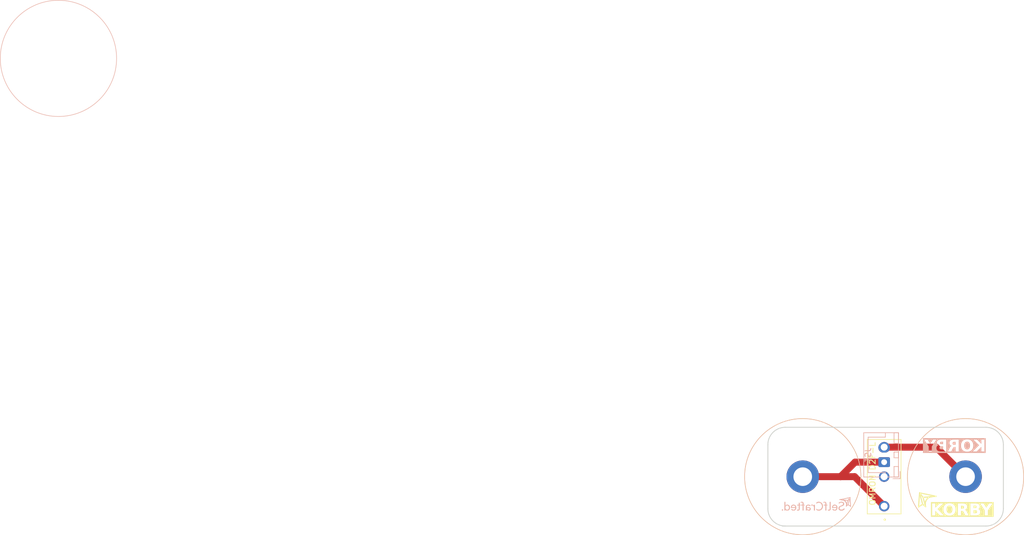
<source format=kicad_pcb>
(kicad_pcb (version 20221018) (generator pcbnew)
  (layers (0 "F.Cu" signal) (31 "B.Cu" signal) (34 "B.Paste" user) (35 "F.Paste" user) (36 "B.SilkS" user "B.Silkscreen") (37 "F.SilkS" user "F.Silkscreen") (38 "B.Mask" user) (39 "F.Mask" user) (44 "Edge.Cuts" user))
  (net 0 "")
  (net 1 "Net-(J1-Pin_1)")
  (net 2 "Net-(J1-Pin_2)")
  (footprint "MountingHole:MountingHole_3.2mm_M3_DIN965_Pad" (layer "F.Cu") (at 156 72)
    (fp_text reference "H2" hide)
    (fp_text value "RSwitch" hide)
  )
  (footprint "self_microswitch:SW_D2F-FL" (layer "F.Cu") (at 142 72 90)
    (fp_text reference "SW1" hide)
    (fp_text value "OMRON D2F-L")
  )
  (footprint "MountingHole:MountingHole_3.2mm_M3_DIN965_Pad" (layer "F.Cu") (at 128 72)
    (fp_text reference "H1" hide)
    (fp_text value "LSwitch" hide)
  )
  (footprint "Connector_JST:JST_XH_B2B-XH-A_1x02_P2.50mm_Vertical" (layer "B.Cu") (at 142 69.5 90)
    (fp_text reference "JST")
    (fp_text value "JST-XH")
  )
  (gr_line (start 136.126628 75.594894) (end 134.369788 75.961123) (stroke (width 0.124541)) (layer "B.SilkS"))
  (gr_line (start 134.506157 75.962543) (end 134.600782 75.970366) (stroke (width 0.124541)) (layer "B.SilkS"))
  (gr_line (start 135.521014 76.940977) (end 135.513043 76.975034) (stroke (width 0.124541)) (layer "B.SilkS"))
  (gr_poly (pts (xy 134.618551 76.315538) (xy 134.577206 76.318525) (xy 134.537227 76.323403) (xy 134.498644 76.330091) (xy 134.461485 76.338508) (xy 134.425779 76.34857) (xy 134.391557 76.360197) (xy 134.358846 76.373307) (xy 134.327677 76.387818) (xy 134.298078 76.403649) (xy 134.270078 76.420717) (xy 134.243707 76.438941) (xy 134.218994 76.458239) (xy 134.195969 76.47853) (xy 134.174659 76.499731) (xy 134.155095 76.521762) (xy 134.276648 76.645306) (xy 134.283175 76.635867) (xy 134.290052 76.626611) (xy 134.297278 76.617546) (xy 134.304853 76.608679) (xy 134.312778 76.600017) (xy 134.32105 76.591569) (xy 134.329671 76.583343) (xy 134.33864 76.575345) (xy 134.347956 76.567583) (xy 134.357618 76.560065) (xy 134.367628 76.5528) (xy 134.377983 76.545793) (xy 134.388685 76.539054) (xy 134.399732 76.532589) (xy 134.411124 76.526407) (xy 134.422861 76.520515) (xy 134.434943 76.514921) (xy 134.447368 76.509632) (xy 134.460137 76.504656) (xy 134.47325 76.500001) (xy 134.486705 76.495674) (xy 134.500503 76.491684) (xy 134.514644 76.488037) (xy 134.529126 76.484741) (xy 134.54395 76.481804) (xy 134.559115 76.479234) (xy 134.57462 76.477039) (xy 134.590466 76.475225) (xy 134.606653 76.473801) (xy 134.623178 76.472775) (xy 134.640044 76.472153) (xy 134.657248 76.471944) (xy 134.68536 76.472742) (xy 134.712802 76.475147) (xy 134.739414 76.479182) (xy 134.765039 76.484865) (xy 134.789521 76.492219) (xy 134.8127 76.501262) (xy 134.83442 76.512016) (xy 134.844684 76.518041) (xy 134.854523 76.524501) (xy 134.863919 76.531398) (xy 134.872851 76.538737) (xy 134.881301 76.546518) (xy 134.889247 76.554745) (xy 134.896671 76.563419) (xy 134.903553 76.572545) (xy 134.909873 76.582123) (xy 134.915611 76.592157) (xy 134.920748 76.60265) (xy 134.925264 76.613603) (xy 134.929139 76.62502) (xy 134.932354 76.636903) (xy 134.934889 76.649254) (xy 134.936724 76.662076) (xy 134.937839 76.675372) (xy 134.938215 76.689144) (xy 134.937764 76.702726) (xy 134.936427 76.715833) (xy 134.93423 76.728481) (xy 134.931198 76.740685) (xy 134.927356 76.752462) (xy 134.922729 76.763827) (xy 134.917342 76.774796) (xy 134.911221 76.785384) (xy 134.90439 76.795608) (xy 134.896875 76.805482) (xy 134.888702 76.815023) (xy 134.879894 76.824246) (xy 134.870478 76.833166) (xy 134.860479 76.841801) (xy 134.849921 76.850164) (xy 134.83883 76.858273) (xy 134.827232 76.866142) (xy 134.81515 76.873787) (xy 134.78964 76.88847) (xy 134.762501 76.902447) (xy 134.733935 76.915842) (xy 134.704142 76.928783) (xy 134.673326 76.941393) (xy 134.609424 76.966126) (xy 134.527114 76.999068) (xy 134.485923 77.016531) (xy 134.445248 77.034998) (xy 134.405495 77.054726) (xy 134.367071 77.075972) (xy 134.33038 77.098993) (xy 134.295829 77.124045) (xy 134.263823 77.151386) (xy 134.248902 77.165994) (xy 134.234768 77.181271) (xy 134.221474 77.197249) (xy 134.20907 77.21396) (xy 134.197607 77.231435) (xy 134.187135 77.249707) (xy 134.177705 77.268808) (xy 134.169368 77.28877) (xy 134.162174 77.309625) (xy 134.156175 77.331405) (xy 134.15142 77.354143) (xy 134.147961 77.377871) (xy 134.145849 77.40262) (xy 134.145133 77.428423) (xy 134.145782 77.454875) (xy 134.147709 77.480432) (xy 134.150885 77.505097) (xy 134.15528 77.528873) (xy 134.160864 77.551766) (xy 134.167608 77.573778) (xy 134.175482 77.594912) (xy 134.184457 77.615173) (xy 134.194504 77.634564) (xy 134.205592 77.653089) (xy 134.217692 77.670752) (xy 134.230775 77.687555) (xy 134.244811 77.703503) (xy 134.259771 77.7186) (xy 134.275624 77.732849) (xy 134.292342 77.746253) (xy 134.309894 77.758817) (xy 134.328252 77.770544) (xy 134.347385 77.781437) (xy 134.367265 77.791501) (xy 134.387861 77.800738) (xy 134.409145 77.809154) (xy 134.431085 77.81675) (xy 134.453654 77.823531) (xy 134.476821 77.829501) (xy 134.500557 77.834663) (xy 134.524832 77.839021) (xy 134.549617 77.842578) (xy 134.600597 77.847306) (xy 134.653262 77.848876) (xy 134.698848 77.847492) (xy 134.743614 77.843407) (xy 134.78744 77.836726) (xy 134.830206 77.827548) (xy 134.871793 77.815977) (xy 134.91208 77.802115) (xy 134.950949 77.786063) (xy 134.98828 77.767924) (xy 135.023953 77.747801) (xy 135.057848 77.725794) (xy 135.089846 77.702008) (xy 135.119827 77.676542) (xy 135.147672 77.649501) (xy 135.17326 77.620985) (xy 135.196472 77.591098) (xy 135.217189 77.559941) (xy 135.085671 77.426432) (xy 135.079736 77.440295) (xy 135.073151 77.453858) (xy 135.06593 77.46711) (xy 135.058089 77.480043) (xy 135.049642 77.492648) (xy 135.040604 77.504915) (xy 135.030991 77.516835) (xy 135.020816 77.5284) (xy 135.010096 77.5396) (xy 134.998845 77.550426) (xy 134.987078 77.560869) (xy 134.97481 77.570919) (xy 134.962056 77.580568) (xy 134.948831 77.589807) (xy 134.93515 77.598626) (xy 134.921028 77.607017) (xy 134.906479 77.614969) (xy 134.89152 77.622475) (xy 134.876164 77.629524) (xy 134.860427 77.636108) (xy 134.844323 77.642218) (xy 134.827869 77.647845) (xy 134.811077 77.652979) (xy 134.793965 77.657611) (xy 134.776545 77.661733) (xy 134.758835 77.665334) (xy 134.740848 77.668407) (xy 134.722599 77.670941) (xy 134.704103 77.672928) (xy 134.685376 77.674358) (xy 134.666432 77.675223) (xy 134.647286 77.675514) (xy 134.614501 77.67469) (xy 134.582749 77.67219) (xy 134.552177 77.667974) (xy 134.52293 77.662001) (xy 134.495154 77.65423) (xy 134.468995 77.64462) (xy 134.4446 77.633131) (xy 134.433109 77.626668) (xy 134.422113 77.61972) (xy 134.411631 77.612282) (xy 134.401681 77.604348) (xy 134.392282 77.595914) (xy 134.38345 77.586974) (xy 134.375206 77.577523) (xy 134.367566 77.567556) (xy 134.36055 77.557068) (xy 134.354175 77.546054) (xy 134.34846 77.534509) (xy 134.343423 77.522428) (xy 134.339081 77.509804) (xy 134.335455 77.496635) (xy 134.332561 77.482913) (xy 134.330417 77.468635) (xy 134.329043 77.453795) (xy 134.328457 77.438388) (xy 134.328802 77.420625) (xy 134.330189 77.403563) (xy 134.332586 77.387179) (xy 134.335961 77.371451) (xy 134.340281 77.356354) (xy 134.345516 77.341866) (xy 134.351631 77.327964) (xy 134.358597 77.314625) (xy 134.366379 77.301826) (xy 134.374947 77.289544) (xy 134.384267 77.277756) (xy 134.394309 77.266439) (xy 134.40504 77.25557) (xy 134.416427 77.245126) (xy 134.428439 77.235084) (xy 134.441043 77.225422) (xy 134.454208 77.216115) (xy 134.467902 77.207142) (xy 134.496745 77.190103) (xy 134.527316 77.17412) (xy 134.559358 77.15901) (xy 134.592614 77.144589) (xy 134.626828 77.130673) (xy 134.697101 77.10362) (xy 134.774838 77.073987) (xy 134.813225 77.058461) (xy 134.850848 77.042159) (xy 134.887372 77.024852) (xy 134.922467 77.006314) (xy 134.955798 76.986316) (xy 134.987034 76.964631) (xy 135.015841 76.941032) (xy 135.02923 76.928442) (xy 135.041887 76.915289) (xy 135.05377 76.901544) (xy 135.064838 76.887177) (xy 135.07505 76.872161) (xy 135.084363 76.856467) (xy 135.092736 76.840066) (xy 135.100128 76.822931) (xy 135.106497 76.805033) (xy 135.111801 76.786342) (xy 135.115999 76.766832) (xy 135.119049 76.746472) (xy 135.120909 76.725236) (xy 135.121539 76.703094) (xy 135.120931 76.679714) (xy 135.119127 76.657026) (xy 135.11616 76.635033) (xy 135.112058 76.613739) (xy 135.106853 76.593147) (xy 135.100575 76.57326) (xy 135.093255 76.554082) (xy 135.084923 76.535616) (xy 135.075611 76.517865) (xy 135.065349 76.500832) (xy 135.054167 76.484521) (xy 135.042097 76.468935) (xy 135.029168 76.454078) (xy 135.015412 76.439952) (xy 135.000859 76.426561) (xy 134.985539 76.413908) (xy 134.969484 76.401996) (xy 134.952725 76.390829) (xy 134.935291 76.38041) (xy 134.917213 76.370742) (xy 134.898522 76.361829) (xy 134.879249 76.353674) (xy 134.859424 76.34628) (xy 134.839079 76.33965) (xy 134.818242 76.333788) (xy 134.796947 76.328697) (xy 134.775222 76.32438) (xy 134.753098 76.32084) (xy 134.730607 76.318082) (xy 134.707779 76.316107) (xy 134.684644 76.31492) (xy 134.661233 76.314524)) (fill solid) (layer "B.SilkS"))
  (gr_line (start 135.502953 77.008237) (end 135.490698 77.040484) (stroke (width 0.124541)) (layer "B.SilkS"))
  (gr_line (start 135.376744 76.33123) (end 135.417474 76.39774) (stroke (width 0.124541)) (layer "B.SilkS"))
  (gr_poly (pts (xy 133.467351 76.813318) (xy 133.44168 76.815182) (xy 133.416717 76.818261) (xy 133.392469 76.82253) (xy 133.368948 76.827967) (xy 133.34616 76.834548) (xy 133.324117 76.84225) (xy 133.302826 76.85105) (xy 133.282296 76.860923) (xy 133.262538 76.871848) (xy 133.24356 76.8838) (xy 133.225372 76.896756) (xy 133.207981 76.910693) (xy 133.191398 76.925588) (xy 133.175632 76.941416) (xy 133.160692 76.958155) (xy 133.146586 76.975782) (xy 133.133324 76.994272) (xy 133.120915 77.013603) (xy 133.109369 77.033752) (xy 133.098693 77.054694) (xy 133.088899 77.076407) (xy 133.079993 77.098868) (xy 133.071987 77.122052) (xy 133.064888 77.145937) (xy 133.058706 77.170499) (xy 133.05345 77.195715) (xy 133.04913 77.221561) (xy 133.045753 77.248015) (xy 133.04333 77.275052) (xy 133.04187 77.30265) (xy 133.041381 77.330785) (xy 133.041412 77.344577) (xy 133.041629 77.35893) (xy 133.041866 77.366258) (xy 133.042218 77.373657) (xy 133.042711 77.381102) (xy 133.043366 77.38857) (xy 133.796605 77.38857) (xy 133.792216 77.422228) (xy 133.785785 77.454391) (xy 133.777323 77.484966) (xy 133.772333 77.499629) (xy 133.76684 77.513859) (xy 133.760845 77.527647) (xy 133.75435 77.540978) (xy 133.747355 77.553843) (xy 133.739863 77.566229) (xy 133.731874 77.578125) (xy 133.723391 77.589518) (xy 133.714414 77.600398) (xy 133.704946 77.610753) (xy 133.694987 77.62057) (xy 133.684539 77.629839) (xy 133.673603 77.638547) (xy 133.662181 77.646683) (xy 133.650275 77.654235) (xy 133.637886 77.661192) (xy 133.625014 77.667541) (xy 133.611663 77.673272) (xy 133.597832 77.678372) (xy 133.583525 77.682831) (xy 133.568741 77.686635) (xy 133.553482 77.689774) (xy 133.537751 77.692235) (xy 133.521548 77.694008) (xy 133.504875 77.69508) (xy 133.487733 77.69544) (xy 133.465818 77.69494) (xy 133.444861 77.693401) (xy 133.424791 77.690764) (xy 133.405539 77.686972) (xy 133.387035 77.681965) (xy 133.369207 77.675686) (xy 133.351987 77.668075) (xy 133.335304 77.659075) (xy 133.319088 77.648627) (xy 133.303269 77.636673) (xy 133.287777 77.623155) (xy 133.272542 77.608013) (xy 133.257493 77.59119) (xy 133.242561 77.572628) (xy 133.227675 77.552267) (xy 133.212765 77.530049) (xy 133.089205 77.615735) (xy 133.105152 77.642653) (xy 133.113597 77.655559) (xy 133.122357 77.668089) (xy 133.13143 77.68024) (xy 133.140817 77.692007) (xy 133.150518 77.703386) (xy 133.160531 77.714372) (xy 133.170856 77.724961) (xy 133.181493 77.735149) (xy 133.192442 77.744931) (xy 133.203702 77.754303) (xy 133.215273 77.763261) (xy 133.227155 77.771799) (xy 133.239347 77.779914) (xy 133.251849 77.787602) (xy 133.26466 77.794858) (xy 133.277781 77.801677) (xy 133.29121 77.808056) (xy 133.304947 77.813989) (xy 133.318993 77.819473) (xy 133.333346 77.824503) (xy 133.348007 77.829075) (xy 133.362974 77.833184) (xy 133.378248 77.836826) (xy 133.393828 77.839996) (xy 133.409714 77.842691) (xy 133.425906 77.844906) (xy 133.442402 77.846636) (xy 133.459204 77.847877) (xy 133.47631 77.848625) (xy 133.493719 77.848876) (xy 133.521027 77.848238) (xy 133.547646 77.846341) (xy 133.573564 77.843213) (xy 133.59877 77.838877) (xy 133.623252 77.833361) (xy 133.646999 77.82669) (xy 133.669998 77.818891) (xy 133.692238 77.809988) (xy 133.713708 77.800008) (xy 133.734396 77.788977) (xy 133.754289 77.776921) (xy 133.773377 77.763865) (xy 133.791648 77.749836) (xy 133.809089 77.734859) (xy 133.82569 77.718961) (xy 133.841439 77.702167) (xy 133.856323 77.684503) (xy 133.870332 77.665995) (xy 133.883454 77.646669) (xy 133.895676 77.626551) (xy 133.906988 77.605666) (xy 133.917377 77.584042) (xy 133.926833 77.561703) (xy 133.935342 77.538675) (xy 133.942895 77.514985) (xy 133.949478 77.490658) (xy 133.95508 77.46572) (xy 133.95969 77.440198) (xy 133.963296 77.414116) (xy 133.965886 77.387501) (xy 133.967448 77.360379) (xy 133.967972 77.332776) (xy 133.967443 77.305161) (xy 133.965864 77.278006) (xy 133.963248 77.251338) (xy 133.963212 77.251076) (xy 133.792619 77.251076) (xy 133.200793 77.251076) (xy 133.205131 77.218956) (xy 133.211407 77.188401) (xy 133.219599 77.15948) (xy 133.224406 77.145655) (xy 133.229682 77.132264) (xy 133.235426 77.119317) (xy 133.241634 77.106823) (xy 133.248303 77.094789) (xy 133.255431 77.083226) (xy 133.263013 77.072141) (xy 133.271049 77.061544) (xy 133.279533 77.051443) (xy 133.288465 77.041847) (xy 133.29784 77.032765) (xy 133.307656 77.024205) (xy 133.317909 77.016176) (xy 133.328598 77.008687) (xy 133.339718 77.001748) (xy 133.351268 76.995365) (xy 133.363244 76.989549) (xy 133.375642 76.984308) (xy 133.388462 76.979651) (xy 133.401698 76.975586) (xy 133.415349 76.972123) (xy 133.429411 76.96927) (xy 133.443882 76.967035) (xy 133.458759 76.965428) (xy 133.474038 76.964458) (xy 133.489718 76.964132) (xy 133.505766 76.964469) (xy 133.521405 76.965472) (xy 133.536632 76.96713) (xy 133.551446 76.969433) (xy 133.565846 76.972369) (xy 133.579829 76.975928) (xy 133.593395 76.980098) (xy 133.606543 76.984869) (xy 133.61927 76.990229) (xy 133.631575 76.996168) (xy 133.643457 77.002675) (xy 133.654914 77.009738) (xy 133.665945 77.017348) (xy 133.676549 77.025492) (xy 133.686723 77.03416) (xy 133.696467 77.043341) (xy 133.705778 77.053025) (xy 133.714657 77.063199) (xy 133.7231 77.073854) (xy 133.731107 77.084977) (xy 133.738676 77.096559) (xy 133.745806 77.108589) (xy 133.752495 77.121054) (xy 133.758742 77.133945) (xy 133.764545 77.147251) (xy 133.769902 77.16096) (xy 133.779277 77.189545) (xy 133.786853 77.219613) (xy 133.792619 77.251076) (xy 133.963212 77.251076) (xy 133.959608 77.225183) (xy 133.954957 77.199571) (xy 133.949307 77.174527) (xy 133.942671 77.150079) (xy 133.935062 77.126254) (xy 133.926493 77.103081) (xy 133.916976 77.080586) (xy 133.906524 77.058797) (xy 133.89515 77.03774) (xy 133.882867 77.017445) (xy 133.869688 76.997936) (xy 133.855625 76.979243) (xy 133.840691 76.961393) (xy 133.824898 76.944412) (xy 133.808261 76.928329) (xy 133.790791 76.91317) (xy 133.772501 76.898963) (xy 133.753403 76.885735) (xy 133.733512 76.873514) (xy 133.712839 76.862327) (xy 133.691397 76.852202) (xy 133.669199 76.843165) (xy 133.646258 76.835244) (xy 133.622587 76.828467) (xy 133.598198 76.822861) (xy 133.573104 76.818453) (xy 133.547317 76.81527) (xy 133.520852 76.813341) (xy 133.493719 76.812691)) (fill solid) (layer "B.SilkS"))
  (gr_poly (pts (xy 126.385976 76.813318) (xy 126.360306 76.815182) (xy 126.335342 76.818261) (xy 126.311095 76.82253) (xy 126.287573 76.827967) (xy 126.264786 76.834548) (xy 126.242742 76.84225) (xy 126.221451 76.85105) (xy 126.200922 76.860923) (xy 126.181164 76.871848) (xy 126.162186 76.8838) (xy 126.143998 76.896756) (xy 126.126607 76.910693) (xy 126.110024 76.925588) (xy 126.094258 76.941416) (xy 126.079317 76.958155) (xy 126.065212 76.975782) (xy 126.05195 76.994272) (xy 126.039541 77.013603) (xy 126.027995 77.033752) (xy 126.017319 77.054694) (xy 126.007525 77.076407) (xy 125.998619 77.098868) (xy 125.990613 77.122052) (xy 125.983514 77.145937) (xy 125.977332 77.170499) (xy 125.972076 77.195715) (xy 125.967756 77.221561) (xy 125.964379 77.248015) (xy 125.961956 77.275052) (xy 125.960496 77.30265) (xy 125.960007 77.330785) (xy 125.960038 77.344577) (xy 125.960259 77.35893) (xy 125.960499 77.366258) (xy 125.960858 77.373657) (xy 125.961359 77.381102) (xy 125.962025 77.38857) (xy 126.715226 77.38857) (xy 126.71084 77.422228) (xy 126.70441 77.454391) (xy 126.695949 77.484966) (xy 126.69096 77.499629) (xy 126.685468 77.513859) (xy 126.679473 77.527647) (xy 126.672978 77.540978) (xy 126.665984 77.553843) (xy 126.658492 77.566229) (xy 126.650504 77.578125) (xy 126.642022 77.589518) (xy 126.633045 77.600398) (xy 126.623578 77.610753) (xy 126.613619 77.62057) (xy 126.603172 77.629839) (xy 126.592237 77.638547) (xy 126.580817 77.646683) (xy 126.568912 77.654235) (xy 126.556523 77.661192) (xy 126.543653 77.667541) (xy 126.530303 77.673272) (xy 126.516475 77.678372) (xy 126.502169 77.682831) (xy 126.487387 77.686635) (xy 126.472131 77.689774) (xy 126.456402 77.692235) (xy 126.440201 77.694008) (xy 126.423531 77.69508) (xy 126.406392 77.69544) (xy 126.384471 77.69494) (xy 126.363509 77.693401) (xy 126.343435 77.690764) (xy 126.324179 77.686972) (xy 126.305671 77.681965) (xy 126.287841 77.675686) (xy 126.270619 77.668075) (xy 126.253934 77.659075) (xy 126.237717 77.648627) (xy 126.221897 77.636673) (xy 126.206404 77.623155) (xy 126.191168 77.608013) (xy 126.176119 77.59119) (xy 126.161186 77.572628) (xy 126.1463 77.552267) (xy 126.131391 77.530049) (xy 126.007831 77.615735) (xy 126.023783 77.642653) (xy 126.032231 77.655559) (xy 126.040994 77.668089) (xy 126.050069 77.68024) (xy 126.059458 77.692007) (xy 126.06916 77.703386) (xy 126.079175 77.714372) (xy 126.089502 77.724961) (xy 126.10014 77.735149) (xy 126.11109 77.744931) (xy 126.122351 77.754303) (xy 126.133923 77.763261) (xy 126.145805 77.771799) (xy 126.157998 77.779914) (xy 126.1705 77.787602) (xy 126.183311 77.794858) (xy 126.196431 77.801677) (xy 126.20986 77.808056) (xy 126.223596 77.813989) (xy 126.237641 77.819473) (xy 126.251993 77.824503) (xy 126.266652 77.829075) (xy 126.281618 77.833184) (xy 126.296891 77.836826) (xy 126.312469 77.839996) (xy 126.328353 77.842691) (xy 126.344542 77.844906) (xy 126.361037 77.846636) (xy 126.377835 77.847877) (xy 126.394938 77.848625) (xy 126.412345 77.848876) (xy 126.439652 77.848238) (xy 126.466271 77.846341) (xy 126.492189 77.843213) (xy 126.517395 77.838877) (xy 126.541878 77.833361) (xy 126.565625 77.82669) (xy 126.588624 77.818891) (xy 126.610865 77.809988) (xy 126.632335 77.800008) (xy 126.653023 77.788977) (xy 126.672917 77.776921) (xy 126.692006 77.763865) (xy 126.710277 77.749836) (xy 126.727719 77.734859) (xy 126.744321 77.718961) (xy 126.76007 77.702167) (xy 126.774955 77.684503) (xy 126.788965 77.665995) (xy 126.802087 77.646669) (xy 126.81431 77.626551) (xy 126.825623 77.605666) (xy 126.836013 77.584042) (xy 126.845469 77.561703) (xy 126.853979 77.538675) (xy 126.861532 77.514985) (xy 126.868115 77.490658) (xy 126.873718 77.46572) (xy 126.878328 77.440198) (xy 126.881935 77.414116) (xy 126.884525 77.387501) (xy 126.886088 77.360379) (xy 126.886611 77.332776) (xy 126.886082 77.305161) (xy 126.884503 77.278006) (xy 126.881887 77.251338) (xy 126.881851 77.251076) (xy 126.711258 77.251076) (xy 126.119418 77.251076) (xy 126.123762 77.218956) (xy 126.130042 77.188401) (xy 126.138237 77.15948) (xy 126.143045 77.145655) (xy 126.148322 77.132264) (xy 126.154067 77.119317) (xy 126.160275 77.106823) (xy 126.166945 77.094789) (xy 126.174072 77.083226) (xy 126.181655 77.072141) (xy 126.189691 77.061544) (xy 126.198176 77.051443) (xy 126.207107 77.041847) (xy 126.216482 77.032765) (xy 126.226298 77.024205) (xy 126.236552 77.016176) (xy 126.24724 77.008687) (xy 126.258361 77.001748) (xy 126.269911 76.995365) (xy 126.281887 76.989549) (xy 126.294287 76.984308) (xy 126.307107 76.979651) (xy 126.320344 76.975586) (xy 126.333997 76.972123) (xy 126.348061 76.96927) (xy 126.362534 76.967035) (xy 126.377413 76.965428) (xy 126.392695 76.964458) (xy 126.408377 76.964132) (xy 126.424425 76.964469) (xy 126.440064 76.965472) (xy 126.455291 76.96713) (xy 126.470105 76.969433) (xy 126.484504 76.972369) (xy 126.498487 76.975928) (xy 126.512053 76.980098) (xy 126.5252 76.984869) (xy 126.537927 76.990229) (xy 126.550231 76.996168) (xy 126.562113 77.002675) (xy 126.57357 77.009738) (xy 126.5846 77.017348) (xy 126.595203 77.025492) (xy 126.605376 77.03416) (xy 126.61512 77.043341) (xy 126.624431 77.053025) (xy 126.633308 77.063199) (xy 126.641751 77.073854) (xy 126.649757 77.084977) (xy 126.657325 77.096559) (xy 126.664454 77.108589) (xy 126.671142 77.121054) (xy 126.677388 77.133945) (xy 126.68319 77.147251) (xy 126.688547 77.16096) (xy 126.697919 77.189545) (xy 126.705494 77.219613) (xy 126.711258 77.251076) (xy 126.881851 77.251076) (xy 126.878247 77.225183) (xy 126.873595 77.199571) (xy 126.867945 77.174527) (xy 126.861309 77.150079) (xy 126.8537 77.126254) (xy 126.84513 77.103081) (xy 126.835613 77.080586) (xy 126.825161 77.058797) (xy 126.813787 77.03774) (xy 126.801504 77.017445) (xy 126.788324 76.997936) (xy 126.77426 76.979243) (xy 126.759326 76.961393) (xy 126.743533 76.944412) (xy 126.726895 76.928329) (xy 126.709424 76.91317) (xy 126.691133 76.898963) (xy 126.672036 76.885735) (xy 126.652144 76.873514) (xy 126.63147 76.862327) (xy 126.610028 76.852202) (xy 126.587829 76.843165) (xy 126.564888 76.835244) (xy 126.541215 76.828467) (xy 126.516826 76.822861) (xy 126.491731 76.818453) (xy 126.465944 76.81527) (xy 126.439478 76.813341) (xy 126.412345 76.812691)) (fill solid) (layer "B.SilkS"))
  (gr_line (start 134.899917 76.01163) (end 134.979558 76.028355) (stroke (width 0.124541)) (layer "B.SilkS"))
  (gr_poly (pts (xy 129.612301 76.812903) (xy 129.594166 76.813544) (xy 129.577051 76.814622) (xy 129.560885 76.816147) (xy 129.545593 76.818127) (xy 129.531104 76.820572) (xy 129.517344 76.823489) (xy 129.504241 76.826888) (xy 129.491722 76.830778) (xy 129.479713 76.835166) (xy 129.468142 76.840063) (xy 129.456936 76.845476) (xy 129.446023 76.851414) (xy 129.435329 76.857887) (xy 129.424782 76.864903) (xy 129.414308 76.872471) (xy 129.5 77) (xy 129.509347 76.995197) (xy 129.514869 76.992618) (xy 129.52096 76.989974) (xy 129.527622 76.987307) (xy 129.53486 76.984658) (xy 129.542676 76.982067) (xy 129.551072 76.979575) (xy 129.560053 76.977224) (xy 129.569619 76.975053) (xy 129.579776 76.973104) (xy 129.590524 76.971418) (xy 129.601868 76.970035) (xy 129.61381 76.968997) (xy 129.626354 76.968344) (xy 129.639501 76.968118) (xy 129.653105 76.968483) (xy 129.666627 76.969571) (xy 129.680044 76.971367) (xy 129.693335 76.973858) (xy 129.706475 76.977031) (xy 129.719442 76.980872) (xy 129.732213 76.985367) (xy 129.744764 76.990504) (xy 129.757073 76.996268) (xy 129.769117 77.002646) (xy 129.780873 77.009625) (xy 129.792318 77.017191) (xy 129.803428 77.02533) (xy 129.814181 77.03403) (xy 129.824554 77.043276) (xy 129.834524 77.053055) (xy 129.844068 77.063354) (xy 129.853162 77.074158) (xy 129.861785 77.085456) (xy 129.869912 77.097232) (xy 129.877522 77.109474) (xy 129.88459 77.122168) (xy 129.891094 77.135301) (xy 129.897011 77.148858) (xy 129.902318 77.162828) (xy 129.906992 77.177195) (xy 129.91101 77.191947) (xy 129.914349 77.20707) (xy 129.916986 77.222551) (xy 129.918898 77.238375) (xy 129.920062 77.25453) (xy 129.920456 77.271003) (xy 129.920456 77.828949) (xy 130.095808 77.828949) (xy 130.095808 76.832618) (xy 129.934412 76.832618) (xy 129.926442 76.984058) (xy 129.912578 76.965058) (xy 129.897914 76.946945) (xy 129.88249 76.929767) (xy 129.866349 76.913569) (xy 129.84953 76.898398) (xy 129.832075 76.884302) (xy 129.814024 76.871326) (xy 129.795419 76.859518) (xy 129.776301 76.848925) (xy 129.756709 76.839592) (xy 129.736687 76.831567) (xy 129.716273 76.824896) (xy 129.705932 76.822083) (xy 129.69551 76.819627) (xy 129.68501 76.817532) (xy 129.674438 76.815805) (xy 129.663798 76.814451) (xy 129.653097 76.813477) (xy 129.64234 76.812889) (xy 129.63153 76.812691)) (fill solid) (layer "B.SilkS"))
  (gr_poly (pts (xy 124.844293 77.828949) (xy 125.001686 77.828949) (xy 125.009657 77.685479) (xy 125.025003 77.704061) (xy 125.041129 77.721678) (xy 125.058026 77.738296) (xy 125.075681 77.753883) (xy 125.094082 77.768408) (xy 125.113218 77.781839) (xy 125.133077 77.794142) (xy 125.153648 77.805287) (xy 125.174919 77.815241) (xy 125.196878 77.823972) (xy 125.219514 77.831448) (xy 125.242815 77.837636) (xy 125.266769 77.842505) (xy 125.291365 77.846023) (xy 125.316591 77.848157) (xy 125.342436 77.848876) (xy 125.368473 77.848209) (xy 125.393888 77.846232) (xy 125.41867 77.842973) (xy 125.442804 77.838465) (xy 125.466276 77.832738) (xy 125.489074 77.825823) (xy 125.511183 77.817752) (xy 125.532591 77.808555) (xy 125.553283 77.798264) (xy 125.573247 77.786909) (xy 125.592468 77.774522) (xy 125.610934 77.761133) (xy 125.62863 77.746773) (xy 125.645544 77.731474) (xy 125.661661 77.715266) (xy 125.676969 77.698181) (xy 125.691453 77.680249) (xy 125.705101 77.661502) (xy 125.717898 77.641971) (xy 125.729832 77.621686) (xy 125.740889 77.600678) (xy 125.751055 77.578979) (xy 125.760317 77.55662) (xy 125.768661 77.533631) (xy 125.776074 77.510044) (xy 125.782543 77.48589) (xy 125.788053 77.461199) (xy 125.792592 77.436003) (xy 125.796145 77.410332) (xy 125.7987 77.384219) (xy 125.800243 77.357692) (xy 125.80076 77.330785) (xy 125.627392 77.330785) (xy 125.626024 77.368002) (xy 125.621959 77.404066) (xy 125.615254 77.438805) (xy 125.60597 77.472046) (xy 125.600378 77.488051) (xy 125.594164 77.503617) (xy 125.587333 77.518723) (xy 125.579894 77.533347) (xy 125.571853 77.547467) (xy 125.563219 77.561063) (xy 125.553998 77.574112) (xy 125.544197 77.586592) (xy 125.533825 77.598483) (xy 125.522887 77.609763) (xy 125.511393 77.62041) (xy 125.499348 77.630403) (xy 125.48676 77.63972) (xy 125.473637 77.64834) (xy 125.459985 77.656242) (xy 125.445813 77.663402) (xy 125.431127 77.669802) (xy 125.415934 77.675417) (xy 125.400243 77.680228) (xy 125.38406 77.684212) (xy 125.367392 77.687349) (xy 125.350248 77.689616) (xy 125.332633 77.690992) (xy 125.314556 77.691455) (xy 125.301183 77.691148) (xy 125.287972 77.690233) (xy 125.274932 77.688723) (xy 125.262074 77.686629) (xy 125.249406 77.683963) (xy 125.23694 77.680737) (xy 125.224684 77.676962) (xy 125.21265 77.67265) (xy 125.200845 77.667812) (xy 125.189281 77.662461) (xy 125.177968 77.656608) (xy 125.166914 77.650264) (xy 125.156131 77.643441) (xy 125.145627 77.636152) (xy 125.135413 77.628407) (xy 125.125499 77.620219) (xy 125.115894 77.611598) (xy 125.106608 77.602557) (xy 125.089033 77.583261) (xy 125.072854 77.562424) (xy 125.058149 77.540139) (xy 125.044996 77.516499) (xy 125.033475 77.491599) (xy 125.023664 77.46553) (xy 125.015643 77.438388) (xy 125.015643 77.223179) (xy 125.023664 77.196015) (xy 125.033475 77.169884) (xy 125.044996 77.144885) (xy 125.058149 77.121118) (xy 125.072854 77.098682) (xy 125.089033 77.077676) (xy 125.097651 77.067741) (xy 125.106608 77.0582) (xy 125.115894 77.049066) (xy 125.125499 77.040352) (xy 125.135413 77.032071) (xy 125.145627 77.024233) (xy 125.156131 77.016852) (xy 125.166914 77.009941) (xy 125.177968 77.003511) (xy 125.189281 76.997575) (xy 125.200845 76.992146) (xy 125.21265 76.987235) (xy 125.224684 76.982856) (xy 125.23694 76.97902) (xy 125.249406 76.97574) (xy 125.262074 76.973029) (xy 125.274932 76.970899) (xy 125.287972 76.969362) (xy 125.301183 76.968431) (xy 125.314556 76.968118) (xy 125.332633 76.968587) (xy 125.350248 76.969979) (xy 125.367392 76.972273) (xy 125.38406 76.975446) (xy 125.400243 76.979476) (xy 125.415934 76.98434) (xy 125.431127 76.990016) (xy 125.445813 76.996482) (xy 125.459985 77.003716) (xy 125.473637 77.011695) (xy 125.48676 77.020397) (xy 125.499348 77.029801) (xy 125.511393 77.039883) (xy 125.522887 77.050621) (xy 125.533825 77.061994) (xy 125.544197 77.073978) (xy 125.553998 77.086552) (xy 125.563219 77.099694) (xy 125.571853 77.11338) (xy 125.579894 77.12759) (xy 125.587333 77.1423) (xy 125.594164 77.157488) (xy 125.600378 77.173133) (xy 125.60597 77.189211) (xy 125.610931 77.205701) (xy 125.615254 77.22258) (xy 125.618933 77.239826) (xy 125.621959 77.257418) (xy 125.624325 77.275331) (xy 125.626024 77.293545) (xy 125.627049 77.312037) (xy 125.627392 77.330785) (xy 125.80076 77.330785) (xy 125.800243 77.303877) (xy 125.7987 77.277351) (xy 125.796145 77.251237) (xy 125.792592 77.225566) (xy 125.788053 77.20037) (xy 125.782543 77.175679) (xy 125.776074 77.151524) (xy 125.768661 77.127937) (xy 125.760317 77.104948) (xy 125.751055 77.082589) (xy 125.740889 77.06089) (xy 125.729832 77.039882) (xy 125.717898 77.019597) (xy 125.705101 77.000065) (xy 125.691453 76.981318) (xy 125.676969 76.963386) (xy 125.661661 76.946301) (xy 125.645544 76.930093) (xy 125.62863 76.914794) (xy 125.610934 76.900434) (xy 125.592468 76.887045) (xy 125.573247 76.874658) (xy 125.553283 76.863303) (xy 125.532591 76.853011) (xy 125.511183 76.843815) (xy 125.489074 76.835744) (xy 125.466276 76.828829) (xy 125.442804 76.823102) (xy 125.41867 76.818594) (xy 125.393888 76.815335) (xy 125.368473 76.813357) (xy 125.342436 76.812691) (xy 125.31729 76.813386) (xy 125.292679 76.815447) (xy 125.268622 76.818838) (xy 125.245141 76.823526) (xy 125.222254 76.829475) (xy 125.199984 76.83665) (xy 125.17835 76.845015) (xy 125.157373 76.854537) (xy 125.137073 76.865179) (xy 125.11747 76.876907) (xy 125.098585 76.889686) (xy 125.080439 76.903481) (xy 125.063051 76.918257) (xy 125.046442 76.933978) (xy 125.030633 76.95061) (xy 125.015643 76.968118) (xy 125.015643 76.33445) (xy 124.844293 76.33445)) (fill solid) (layer "B.SilkS"))
  (gr_line (start 134.394932 75.959424) (end 134.426654 75.959167) (stroke (width 0.124541)) (layer "B.SilkS"))
  (gr_line (start 135.513043 76.975034) (end 135.502953 77.008237) (stroke (width 0.124541)) (layer "B.SilkS"))
  (gr_poly (pts (xy 127.827114 76.314724) (xy 127.813284 76.31538) (xy 127.799243 76.316573) (xy 127.785027 76.318385) (xy 127.770671 76.320897) (xy 127.756209 76.324191) (xy 127.741677 76.32835) (xy 127.72711 76.333454) (xy 127.712543 76.339586) (xy 127.698011 76.346826) (xy 127.683549 76.355258) (xy 127.669193 76.364963) (xy 127.654977 76.376021) (xy 127.640936 76.388516) (xy 127.633992 76.395328) (xy 127.627106 76.402529) (xy 127.62028 76.41013) (xy 127.613521 76.418141) (xy 127.713169 76.525747) (xy 127.718604 76.518792) (xy 127.724443 76.512137) (xy 127.730667 76.505803) (xy 127.73726 76.499811) (xy 127.744203 76.49418) (xy 127.75148 76.488932) (xy 127.759072 76.484087) (xy 127.766963 76.479665) (xy 127.775134 76.475687) (xy 127.783568 76.472173) (xy 127.792247 76.469143) (xy 127.801155 76.466619) (xy 127.810273 76.46462) (xy 127.819583 76.463167) (xy 127.82907 76.46228) (xy 127.833873 76.462055) (xy 127.838714 76.461979) (xy 127.845926 76.462177) (xy 127.852993 76.462762) (xy 127.859909 76.463728) (xy 127.866669 76.465066) (xy 127.873267 76.466767) (xy 127.879698 76.468823) (xy 127.885956 76.471226) (xy 127.892035 76.473967) (xy 127.897931 76.477038) (xy 127.903637 76.48043) (xy 127.909149 76.484135) (xy 127.914461 76.488146) (xy 127.919567 76.492452) (xy 127.924462 76.497046) (xy 127.92914 76.50192) (xy 127.933596 76.507064) (xy 127.937824 76.512472) (xy 127.94182 76.518134) (xy 127.945577 76.524041) (xy 127.949089 76.530187) (xy 127.952353 76.536561) (xy 127.955361 76.543156) (xy 127.958109 76.549963) (xy 127.96059 76.556975) (xy 127.962801 76.564181) (xy 127.964734 76.571576) (xy 127.966385 76.579148) (xy 127.967748 76.586891) (xy 127.968818 76.594797) (xy 127.969589 76.602855) (xy 127.970055 76.611059) (xy 127.970212 76.6194) (xy 127.970212 76.832618) (xy 127.709168 76.832618) (xy 127.709168 76.970112) (xy 127.970212 76.970112) (xy 127.970212 77.828949) (xy 128.147549 77.828949) (xy 128.147549 76.970112) (xy 128.314931 76.970112) (xy 128.314931 76.832618) (xy 128.147549 76.832618) (xy 128.147549 76.609438) (xy 128.147149 76.594041) (xy 128.145963 76.578871) (xy 128.144011 76.563945) (xy 128.14131 76.549281) (xy 128.137882 76.534896) (xy 128.133745 76.520806) (xy 128.128918 76.50703) (xy 128.12342 76.493584) (xy 128.117272 76.480485) (xy 128.110493 76.46775) (xy 128.103101 76.455398) (xy 128.095116 76.443444) (xy 128.086558 76.431906) (xy 128.077446 76.420801) (xy 128.067799 76.410147) (xy 128.057636 76.399959) (xy 128.046977 76.390257) (xy 128.035841 76.381056) (xy 128.024248 76.372374) (xy 128.012216 76.364228) (xy 127.999766 76.356635) (xy 127.986916 76.349612) (xy 127.973686 76.343177) (xy 127.960095 76.337346) (xy 127.946163 76.332137) (xy 127.931909 76.327567) (xy 127.917351 76.323653) (xy 127.902511 76.320412) (xy 127.887406 76.317862) (xy 127.872056 76.316019) (xy 127.856481 76.3149) (xy 127.840699 76.314524)) (fill solid) (layer "B.SilkS"))
  (gr_line (start 135.797499 76.81926) (end 136.126628 75.594894) (stroke (width 0.124541)) (layer "B.SilkS"))
  (gr_line (start 135.532622 76.798272) (end 135.532669 76.834714) (stroke (width 0.124541)) (layer "B.SilkS"))
  (gr_line (start 134.702982 75.981748) (end 134.805209 75.995799) (stroke (width 0.124541)) (layer "B.SilkS"))
  (gr_line (start 134.600782 75.970366) (end 134.702982 75.981748) (stroke (width 0.124541)) (layer "B.SilkS"))
  (gr_line (start 134.805209 75.995799) (end 134.899917 76.01163) (stroke (width 0.124541)) (layer "B.SilkS"))
  (gr_poly (pts (xy 130.717086 76.315127) (xy 130.689072 76.316921) (xy 130.661343 76.319883) (xy 130.633927 76.323989) (xy 130.606849 76.329216) (xy 130.580136 76.33554) (xy 130.553814 76.342939) (xy 130.52791 76.351388) (xy 130.502449 76.360864) (xy 130.477459 76.371345) (xy 130.452965 76.382807) (xy 130.428993 76.395226) (xy 130.405571 76.408579) (xy 130.382724 76.422843) (xy 130.360479 76.437994) (xy 130.338861 76.454009) (xy 130.338861 76.673203) (xy 130.360457 76.650762) (xy 130.382643 76.629769) (xy 130.405401 76.610224) (xy 130.428714 76.592127) (xy 130.452565 76.575477) (xy 130.476936 76.560276) (xy 130.501808 76.546522) (xy 130.527166 76.534215) (xy 130.55299 76.523357) (xy 130.579264 76.513946) (xy 130.60597 76.505983) (xy 130.63309 76.499468) (xy 130.660606 76.494401) (xy 130.688502 76.490781) (xy 130.716759 76.488609) (xy 130.74536 76.487885) (xy 130.77624 76.488644) (xy 130.806467 76.490898) (xy 130.83602 76.494612) (xy 130.864879 76.499752) (xy 130.89302 76.506282) (xy 130.920424 76.514169) (xy 130.947067 76.523377) (xy 130.97293 76.533872) (xy 130.99799 76.54562) (xy 131.022225 76.558584) (xy 131.045615 76.572732) (xy 131.068137 76.588028) (xy 131.08977 76.604438) (xy 131.110494 76.621926) (xy 131.130285 76.640459) (xy 131.149123 76.660001) (xy 131.166985 76.680519) (xy 131.183852 76.701976) (xy 131.1997 76.724339) (xy 131.214509 76.747574) (xy 131.228257 76.771644) (xy 131.240922 76.796516) (xy 131.252483 76.822155) (xy 131.262919 76.848526) (xy 131.272208 76.875595) (xy 131.280327 76.903327) (xy 131.287257 76.931687) (xy 131.292975 76.960641) (xy 131.29746 76.990154) (xy 131.30069 77.020191) (xy 131.302644 77.050718) (xy 131.3033 77.0817) (xy 131.302644 77.112681) (xy 131.30069 77.143208) (xy 131.29746 77.173245) (xy 131.292975 77.202758) (xy 131.287257 77.231712) (xy 131.280327 77.260072) (xy 131.272208 77.287804) (xy 131.262919 77.314873) (xy 131.252483 77.341244) (xy 131.240922 77.366883) (xy 131.228257 77.391755) (xy 131.214509 77.415826) (xy 131.1997 77.43906) (xy 131.183852 77.461423) (xy 131.166985 77.482881) (xy 131.149123 77.503398) (xy 131.130285 77.52294) (xy 131.110494 77.541473) (xy 131.08977 77.558961) (xy 131.068137 77.575371) (xy 131.045615 77.590667) (xy 131.022225 77.604815) (xy 130.99799 77.61778) (xy 130.97293 77.629527) (xy 130.947067 77.640022) (xy 130.920424 77.64923) (xy 130.89302 77.657117) (xy 130.864879 77.663647) (xy 130.83602 77.668787) (xy 130.806467 77.672501) (xy 130.77624 77.674755) (xy 130.74536 77.675514) (xy 130.71641 77.67479) (xy 130.687851 77.672618) (xy 130.659699 77.668999) (xy 130.631973 77.663932) (xy 130.604691 77.657417) (xy 130.577869 77.649454) (xy 130.551525 77.640044) (xy 130.525678 77.629185) (xy 130.500344 77.616879) (xy 130.475541 77.603125) (xy 130.451286 77.587923) (xy 130.427598 77.571274) (xy 130.404494 77.553176) (xy 130.381992 77.533631) (xy 130.360108 77.512638) (xy 130.338861 77.490197) (xy 130.338861 77.70939) (xy 130.360479 77.725406) (xy 130.382724 77.740557) (xy 130.405571 77.75482) (xy 130.428993 77.768173) (xy 130.452965 77.780592) (xy 130.477459 77.792054) (xy 130.502449 77.802535) (xy 130.52791 77.812012) (xy 130.553814 77.820461) (xy 130.580136 77.827859) (xy 130.606849 77.834184) (xy 130.633927 77.839411) (xy 130.661343 77.843516) (xy 130.689072 77.846478) (xy 130.717086 77.848272) (xy 130.74536 77.848876) (xy 130.784794 77.847879) (xy 130.823494 77.844923) (xy 130.861426 77.840054) (xy 130.898555 77.83332) (xy 130.934848 77.824768) (xy 130.970271 77.814448) (xy 131.00479 77.802406) (xy 131.038371 77.788691) (xy 131.070981 77.77335) (xy 131.102584 77.75643) (xy 131.133148 77.737981) (xy 131.162638 77.718049) (xy 131.19102 77.696682) (xy 131.218261 77.673928) (xy 131.244326 77.649836) (xy 131.269181 77.624452) (xy 131.292794 77.597825) (xy 131.315129 77.570001) (xy 131.336152 77.541031) (xy 131.35583 77.51096) (xy 131.37413 77.479836) (xy 131.391015 77.447708) (xy 131.406454 77.414624) (xy 131.420412 77.380631) (xy 131.432855 77.345776) (xy 131.443749 77.310109) (xy 131.45306 77.273675) (xy 131.460754 77.236524) (xy 131.466798 77.198704) (xy 131.471157 77.160261) (xy 131.473797 77.121243) (xy 131.474684 77.0817) (xy 131.473797 77.042156) (xy 131.471157 77.003139) (xy 131.466798 76.964696) (xy 131.460754 76.926875) (xy 131.45306 76.889724) (xy 131.443749 76.853291) (xy 131.432855 76.817623) (xy 131.420412 76.782769) (xy 131.406454 76.748775) (xy 131.391015 76.715691) (xy 131.37413 76.683563) (xy 131.35583 76.65244) (xy 131.336152 76.622369) (xy 131.315129 76.593398) (xy 131.292794 76.565575) (xy 131.269181 76.538948) (xy 131.244326 76.513564) (xy 131.218261 76.489471) (xy 131.19102 76.466717) (xy 131.162638 76.445351) (xy 131.133148 76.425419) (xy 131.102584 76.406969) (xy 131.070981 76.39005) (xy 131.038371 76.374709) (xy 131.00479 76.360993) (xy 130.970271 76.348951) (xy 130.934848 76.338631) (xy 130.898555 76.33008) (xy 130.861426 76.323346) (xy 130.823494 76.318477) (xy 130.784794 76.31552) (xy 130.74536 76.314524)) (fill solid) (layer "B.SilkS"))
  (gr_line (start 136.244086 77.111346) (end 136.126628 75.594894) (stroke (width 0.124541)) (layer "B.SilkS"))
  (gr_poly (pts (xy 128.906442 76.814119) (xy 128.865321 76.818416) (xy 128.825676 76.825603) (xy 128.787711 76.8357) (xy 128.76942 76.841847) (xy 128.751625 76.848728) (xy 128.73435 76.856347) (xy 128.71762 76.864707) (xy 128.701462 76.873809) (xy 128.685899 76.883657) (xy 128.670957 76.894253) (xy 128.656661 76.905599) (xy 128.643037 76.917699) (xy 128.630109 76.930554) (xy 128.617903 76.944167) (xy 128.606443 76.958541) (xy 128.595756 76.973678) (xy 128.585866 76.989581) (xy 128.576799 77.006253) (xy 128.568579 77.023696) (xy 128.561232 77.041912) (xy 128.554783 77.060904) (xy 128.549257 77.080674) (xy 128.544679 77.101226) (xy 128.541075 77.122562) (xy 128.538469 77.144684) (xy 128.536887 77.167595) (xy 128.536354 77.191297) (xy 128.536354 77.828949) (xy 128.691764 77.828949) (xy 128.701752 77.68747) (xy 128.722198 77.705045) (xy 128.743168 77.721867) (xy 128.764623 77.737884) (xy 128.786525 77.753042) (xy 128.808836 77.767289) (xy 128.831519 77.780573) (xy 128.854534 77.792842) (xy 128.877844 77.804042) (xy 128.901411 77.81412) (xy 128.925197 77.823026) (xy 128.949164 77.830706) (xy 128.973274 77.837107) (xy 128.997489 77.842177) (xy 129.021771 77.845863) (xy 129.046081 77.848114) (xy 129.070382 77.848876) (xy 129.086859 77.848504) (xy 129.10303 77.8474) (xy 129.118881 77.845577) (xy 129.134397 77.843049) (xy 129.149564 77.839832) (xy 129.164369 77.835937) (xy 129.178796 77.831382) (xy 129.192832 77.826178) (xy 129.206462 77.820341) (xy 129.219672 77.813885) (xy 129.232448 77.806824) (xy 129.244775 77.799172) (xy 129.25664 77.790944) (xy 129.268028 77.782154) (xy 129.278925 77.772815) (xy 129.289317 77.762943) (xy 129.299189 77.752551) (xy 129.308527 77.741654) (xy 129.317318 77.730265) (xy 129.325546 77.7184) (xy 129.333197 77.706072) (xy 129.340258 77.693296) (xy 129.346714 77.680085) (xy 129.352551 77.666455) (xy 129.357755 77.652419) (xy 129.362311 77.637991) (xy 129.366205 77.623186) (xy 129.369422 77.608018) (xy 129.37195 77.592501) (xy 129.373773 77.576649) (xy 129.374877 77.560478) (xy 129.375249 77.544) (xy 129.375056 77.536029) (xy 129.195927 77.536029) (xy 129.195736 77.544715) (xy 129.195165 77.553208) (xy 129.19422 77.561504) (xy 129.192907 77.569597) (xy 129.191233 77.577481) (xy 129.189203 77.585151) (xy 129.186822 77.592601) (xy 129.184097 77.599825) (xy 129.181033 77.60682) (xy 129.177637 77.613578) (xy 129.173913 77.620095) (xy 129.169869 77.626364) (xy 129.165509 77.632381) (xy 129.16084 77.638141) (xy 129.155867 77.643636) (xy 129.150597 77.648863) (xy 129.145034 77.653816) (xy 129.139185 77.658488) (xy 129.133057 77.662875) (xy 129.126653 77.666972) (xy 129.119981 77.670772) (xy 129.113046 77.67427) (xy 129.105855 77.677462) (xy 129.098412 77.68034) (xy 129.090724 77.682901) (xy 129.082796 77.685137) (xy 129.074635 77.687045) (xy 129.066246 77.688618) (xy 129.057635 77.689851) (xy 129.048808 77.690739) (xy 129.039771 77.691275) (xy 129.030529 77.691455) (xy 129.008912 77.690696) (xy 128.987409 77.688462) (xy 128.966039 77.684822) (xy 128.944824 77.679842) (xy 128.923783 77.673589) (xy 128.902938 77.666131) (xy 128.882309 77.657535) (xy 128.861915 77.647867) (xy 128.841779 77.637195) (xy 128.821919 77.625586) (xy 128.802357 77.613107) (xy 128.783112 77.599825) (xy 128.764206 77.585808) (xy 128.745659 77.571122) (xy 128.727491 77.555835) (xy 128.709723 77.540014) (xy 128.709723 77.426432) (xy 128.873102 77.398535) (xy 128.918106 77.391453) (xy 128.959064 77.387279) (xy 128.996133 77.385837) (xy 129.013259 77.386086) (xy 129.029472 77.386952) (xy 129.044792 77.388414) (xy 129.059238 77.390449) (xy 129.07283 77.393036) (xy 129.085588 77.396152) (xy 129.097532 77.399777) (xy 129.108681 77.403888) (xy 129.119055 77.408462) (xy 129.128673 77.413479) (xy 129.137556 77.418917) (xy 129.145723 77.424752) (xy 129.153194 77.430965) (xy 129.159989 77.437531) (xy 129.166126 77.444431) (xy 129.171627 77.451642) (xy 129.17651 77.459141) (xy 129.180795 77.466908) (xy 129.187652 77.483155) (xy 129.192354 77.500207) (xy 129.19506 77.51789) (xy 129.195927 77.536029) (xy 129.375056 77.536029) (xy 129.374849 77.527438) (xy 129.373642 77.511028) (xy 129.371612 77.494807) (xy 129.368745 77.47881) (xy 129.365028 77.463073) (xy 129.360445 77.447631) (xy 129.354984 77.43252) (xy 129.348628 77.417777) (xy 129.341366 77.403436) (xy 129.333181 77.389534) (xy 129.324059 77.376106) (xy 129.313988 77.363189) (xy 129.302952 77.350817) (xy 129.290936 77.339027) (xy 129.277928 77.327854) (xy 129.263913 77.317334) (xy 129.248876 77.307503) (xy 129.232803 77.298397) (xy 129.21568 77.290051) (xy 129.197493 77.282501) (xy 129.178227 77.275783) (xy 129.157869 77.269933) (xy 129.136404 77.264986) (xy 129.113818 77.260978) (xy 129.090097 77.257945) (xy 129.065225 77.255923) (xy 129.03919 77.254948) (xy 129.011977 77.255054) (xy 128.983572 77.256279) (xy 128.953961 77.258657) (xy 128.923128 77.262224) (xy 128.891061 77.267017) (xy 128.709723 77.296909) (xy 128.709723 77.179341) (xy 128.710047 77.165393) (xy 128.711009 77.151944) (xy 128.712593 77.13899) (xy 128.714782 77.126527) (xy 128.717561 77.114551) (xy 128.720914 77.10306) (xy 128.724824 77.092048) (xy 128.729275 77.081513) (xy 128.734252 77.071451) (xy 128.739739 77.061858) (xy 128.745718 77.05273) (xy 128.752175 77.044065) (xy 128.759093 77.035858) (xy 128.766456 77.028105) (xy 128.774249 77.020804) (xy 128.782454 77.013949) (xy 128.791056 77.007539) (xy 128.800039 77.001568) (xy 128.809387 76.996034) (xy 128.819084 76.990933) (xy 128.829114 76.986261) (xy 128.83946 76.982014) (xy 128.850107 76.978189) (xy 128.861039 76.974782) (xy 128.872239 76.971789) (xy 128.883691 76.969208) (xy 128.90729 76.965262) (xy 128.931705 76.962917) (xy 128.95681 76.962141) (xy 128.978528 76.9627) (xy 128.999588 76.964371) (xy 129.019989 76.967146) (xy 129.039726 76.971015) (xy 129.058798 76.975969) (xy 129.0772 76.982001) (xy 129.094932 76.989102) (xy 129.111988 76.997262) (xy 129.128367 77.006472) (xy 129.144066 77.016725) (xy 129.159082 77.028011) (xy 129.173411 77.040322) (xy 129.187051 77.053648) (xy 129.199999 77.067982) (xy 129.212252 77.083314) (xy 129.223808 77.099635) (xy 129.345384 76.992029) (xy 129.330529 76.971954) (xy 129.314364 76.952857) (xy 129.30579 76.943689) (xy 129.296887 76.934781) (xy 129.287655 76.92614) (xy 129.278094 76.917771) (xy 129.268203 76.90968) (xy 129.257981 76.901871) (xy 129.24743 76.89435) (xy 129.236547 76.887123) (xy 129.225333 76.880195) (xy 129.213788 76.873572) (xy 129.201911 76.867259) (xy 129.189701 76.861261) (xy 129.177159 76.855585) (xy 129.164283 76.850235) (xy 129.151074 76.845217) (xy 129.137531 76.840537) (xy 129.123654 76.8362) (xy 129.109443 76.832211) (xy 129.094896 76.828576) (xy 129.080014 76.825301) (xy 129.064796 76.82239) (xy 129.049242 76.81985) (xy 129.033352 76.817685) (xy 129.017124 76.815902) (xy 129.00056 76.814506) (xy 128.983658 76.813501) (xy 128.948839 76.812691)) (fill solid) (layer "B.SilkS"))
  (gr_line (start 135.481948 76.539473) (end 135.504957 76.613048) (stroke (width 0.124541)) (layer "B.SilkS"))
  (gr_circle (center 156 72) (end 166 72) (stroke (width 0.1)) (fill none) (layer "B.SilkS"))
  (gr_poly (pts (xy 124.508112 77.615891) (xy 124.502231 77.616354) (xy 124.496424 77.617116) (xy 124.4907 77.618167) (xy 124.485066 77.6195) (xy 124.479531 77.621107) (xy 124.474102 77.622979) (xy 124.468788 77.625107) (xy 124.463596 77.627483) (xy 124.458535 77.630099) (xy 124.453613 77.632946) (xy 124.448837 77.636016) (xy 124.444216 77.639301) (xy 124.439757 77.642791) (xy 124.43547 77.64648) (xy 124.431361 77.650358) (xy 124.427439 77.654417) (xy 124.423712 77.658648) (xy 124.420187 77.663044) (xy 124.416874 77.667596) (xy 124.413779 77.672295) (xy 124.410912 77.677132) (xy 124.408279 77.682101) (xy 124.40589 77.687192) (xy 124.403751 77.692396) (xy 124.401872 77.697707) (xy 124.400259 77.703114) (xy 124.398922 77.708609) (xy 124.397868 77.714185) (xy 124.397105 77.719833) (xy 124.396642 77.725545) (xy 124.396485 77.731311) (xy 124.396642 77.737259) (xy 124.397105 77.74314) (xy 124.397868 77.748946) (xy 124.398922 77.75467) (xy 124.400259 77.760304) (xy 124.401872 77.765839) (xy 124.403751 77.771268) (xy 124.40589 77.776581) (xy 124.408279 77.781773) (xy 124.410912 77.786834) (xy 124.413779 77.791756) (xy 124.416874 77.796531) (xy 124.420187 77.801152) (xy 124.423712 77.80561) (xy 124.427439 77.809897) (xy 124.431361 77.814005) (xy 124.43547 77.817927) (xy 124.439757 77.821654) (xy 124.444216 77.825177) (xy 124.448837 77.82849) (xy 124.453613 77.831585) (xy 124.458535 77.834452) (xy 124.463596 77.837084) (xy 124.468788 77.839473) (xy 124.474102 77.841611) (xy 124.479531 77.84349) (xy 124.485066 77.845102) (xy 124.4907 77.846439) (xy 124.496424 77.847493) (xy 124.502231 77.848256) (xy 124.508112 77.848719) (xy 124.514059 77.848876) (xy 124.520001 77.848719) (xy 124.525865 77.848256) (xy 124.531644 77.847493) (xy 124.537332 77.846439) (xy 124.54292 77.845102) (xy 124.548402 77.84349) (xy 124.553769 77.841611) (xy 124.559016 77.839473) (xy 124.564134 77.837084) (xy 124.569116 77.834452) (xy 124.573955 77.831585) (xy 124.578644 77.82849) (xy 124.583175 77.825177) (xy 124.587541 77.821654) (xy 124.591735 77.817927) (xy 124.595749 77.814005) (xy 124.599577 77.809897) (xy 124.60321 77.80561) (xy 124.606643 77.801152) (xy 124.609866 77.796531) (xy 124.612873 77.791756) (xy 124.615658 77.786834) (xy 124.618211 77.781773) (xy 124.620527 77.776581) (xy 124.622598 77.771268) (xy 124.624416 77.765839) (xy 124.625974 77.760304) (xy 124.627266 77.75467) (xy 124.628283 77.748946) (xy 124.629019 77.74314) (xy 124.629465 77.737259) (xy 124.629616 77.731311) (xy 124.629465 77.725545) (xy 124.629019 77.719833) (xy 124.628283 77.714185) (xy 124.627266 77.708609) (xy 124.625974 77.703114) (xy 124.624416 77.697707) (xy 124.622598 77.692396) (xy 124.620527 77.687192) (xy 124.618211 77.682101) (xy 124.615658 77.677132) (xy 124.612873 77.672295) (xy 124.609866 77.667596) (xy 124.606643 77.663044) (xy 124.60321 77.658648) (xy 124.599577 77.654417) (xy 124.595749 77.650358) (xy 124.591735 77.64648) (xy 124.587541 77.642791) (xy 124.583175 77.639301) (xy 124.578644 77.636016) (xy 124.573955 77.632946) (xy 124.569116 77.630099) (xy 124.564134 77.627483) (xy 124.559016 77.625107) (xy 124.553769 77.622979) (xy 124.548402 77.621107) (xy 124.54292 77.6195) (xy 124.537332 77.618167) (xy 124.531644 77.617116) (xy 124.525865 77.616354) (xy 124.520001 77.615891) (xy 124.514059 77.615735)) (fill solid) (layer "B.SilkS"))
  (gr_line (start 135.526911 76.906169) (end 135.521014 76.940977) (stroke (width 0.124541)) (layer "B.SilkS"))
  (gr_line (start 135.478561 77.080433) (end 135.752927 76.085223) (stroke (width 0.124541)) (layer "B.SilkS"))
  (gr_line (start 135.134746 76.093372) (end 135.165767 76.113463) (stroke (width 0.124541)) (layer "B.SilkS"))
  (gr_line (start 135.797499 76.81926) (end 136.244086 77.111346) (stroke (width 0.124541)) (layer "B.SilkS"))
  (gr_line (start 135.102844 76.07521) (end 135.134746 76.093372) (stroke (width 0.124541)) (layer "B.SilkS"))
  (gr_line (start 135.530781 76.870714) (end 135.526911 76.906169) (stroke (width 0.124541)) (layer "B.SilkS"))
  (gr_line (start 135.036584 76.045082) (end 135.070108 76.059079) (stroke (width 0.124541)) (layer "B.SilkS"))
  (gr_line (start 135.070108 76.059079) (end 135.102844 76.07521) (stroke (width 0.124541)) (layer "B.SilkS"))
  (gr_line (start 135.253091 76.184271) (end 135.280132 76.211043) (stroke (width 0.124541)) (layer "B.SilkS"))
  (gr_line (start 135.330841 76.268723) (end 135.376744 76.33123) (stroke (width 0.124541)) (layer "B.SilkS"))
  (gr_line (start 135.195862 76.135378) (end 135.224985 76.159015) (stroke (width 0.124541)) (layer "B.SilkS"))
  (gr_circle (center 0 0) (end 10 0) (stroke (width 0.1)) (fill none) (layer "B.SilkS"))
  (gr_line (start 135.452664 76.467429) (end 135.481948 76.539473) (stroke (width 0.124541)) (layer "B.SilkS"))
  (gr_poly (pts (xy 127.310308 76.832618) (xy 127.039309 76.832618) (xy 127.039309 76.970112) (xy 127.308324 76.970112) (xy 127.308324 77.549976) (xy 127.308179 77.558989) (xy 127.307745 77.567723) (xy 127.307025 77.576175) (xy 127.306024 77.584346) (xy 127.304744 77.592235) (xy 127.303189 77.599842) (xy 127.301361 77.607167) (xy 127.299264 77.614209) (xy 127.296902 77.620967) (xy 127.294278 77.627443) (xy 127.291394 77.633634) (xy 127.288255 77.639541) (xy 127.284863 77.645164) (xy 127.281222 77.650502) (xy 127.277334 77.655554) (xy 127.273204 77.660321) (xy 127.268835 77.664801) (xy 127.26423 77.668995) (xy 127.259391 77.672903) (xy 127.254323 77.676523) (xy 127.249029 77.679856) (xy 127.243512 77.682901) (xy 127.237775 77.685657) (xy 127.231821 77.688125) (xy 127.225655 77.690304) (xy 127.219278 77.692194) (xy 127.212695 77.693794) (xy 127.205908 77.695103) (xy 127.198921 77.696123) (xy 127.191738 77.696851) (xy 127.184361 77.697289) (xy 127.176793 77.697435) (xy 127.168692 77.69727) (xy 127.160815 77.696773) (xy 127.153154 77.695937) (xy 127.1457 77.694757) (xy 127.138444 77.693226) (xy 127.131378 77.69134) (xy 127.124492 77.689091) (xy 127.117778 77.686474) (xy 127.111228 77.683484) (xy 127.104832 77.680115) (xy 127.098581 77.67636) (xy 127.092468 77.672214) (xy 127.086482 77.667671) (xy 127.080616 77.662725) (xy 127.07486 77.657371) (xy 127.069206 77.651602) (xy 126.971575 77.771164) (xy 126.980798 77.780246) (xy 126.990535 77.788806) (xy 127.000785 77.796834) (xy 127.011549 77.804322) (xy 127.022826 77.811262) (xy 127.034617 77.817644) (xy 127.046921 77.823459) (xy 127.059739 77.8287) (xy 127.073072 77.833357) (xy 127.086918 77.837422) (xy 127.101278 77.840885) (xy 127.116153 77.843738) (xy 127.131541 77.845973) (xy 127.147445 77.84758) (xy 127.163862 77.84855) (xy 127.180795 77.848876) (xy 127.197973 77.848521) (xy 127.214756 77.847467) (xy 127.231135 77.845725) (xy 127.247098 77.843306) (xy 127.262637 77.840224) (xy 127.277741 77.836489) (xy 127.292401 77.832115) (xy 127.306607 77.827112) (xy 127.320348 77.821494) (xy 127.333616 77.815272) (xy 127.3464 77.808458) (xy 127.35869 77.801064) (xy 127.370477 77.793103) (xy 127.381751 77.784585) (xy 127.392501 77.775524) (xy 127.402718 77.765932) (xy 127.412392 77.75582) (xy 127.421514 77.7452) (xy 127.430073 77.734085) (xy 127.43806 77.722487) (xy 127.445464 77.710417) (xy 127.452276 77.697887) (xy 127.458486 77.68491) (xy 127.464084 77.671498) (xy 127.469061 77.657663) (xy 127.473406 77.643417) (xy 127.477109 77.628771) (xy 127.480161 77.613738) (xy 127.482553 77.59833) (xy 127.484273 77.582559) (xy 127.485312 77.566437) (xy 127.485661 77.549976) (xy 127.485661 76.970112) (xy 127.615207 76.970112) (xy 127.615207 76.832618) (xy 127.485661 76.832618) (xy 127.485661 76.493865) (xy 127.310308 76.493865)) (fill solid) (layer "B.SilkS"))
  (gr_line (start 135.504957 76.613048) (end 135.521325 76.687329) (stroke (width 0.124541)) (layer "B.SilkS"))
  (gr_line (start 135.532669 76.834714) (end 135.530781 76.870714) (stroke (width 0.124541)) (layer "B.SilkS"))
  (gr_line (start 135.521325 76.687329) (end 135.526904 76.724477) (stroke (width 0.124541)) (layer "B.SilkS"))
  (gr_line (start 135.797499 76.81926) (end 135.478561 77.080433) (stroke (width 0.124541)) (layer "B.SilkS"))
  (gr_line (start 135.280132 76.211043) (end 135.306064 76.239228) (stroke (width 0.124541)) (layer "B.SilkS"))
  (gr_circle (center 128 72) (end 138 72) (stroke (width 0.1)) (fill none) (layer "B.SilkS"))
  (gr_line (start 135.530685 76.761492) (end 135.532622 76.798272) (stroke (width 0.124541)) (layer "B.SilkS"))
  (gr_line (start 135.306064 76.239228) (end 135.330841 76.268723) (stroke (width 0.124541)) (layer "B.SilkS"))
  (gr_poly (pts (xy 131.742385 76.314724) (xy 131.728555 76.31538) (xy 131.714516 76.316573) (xy 131.700302 76.318385) (xy 131.685947 76.320897) (xy 131.671488 76.324191) (xy 131.656958 76.32835) (xy 131.642393 76.333454) (xy 131.627827 76.339586) (xy 131.613296 76.346826) (xy 131.598835 76.355258) (xy 131.584478 76.364963) (xy 131.57026 76.376021) (xy 131.556216 76.388516) (xy 131.549271 76.395328) (xy 131.542382 76.402529) (xy 131.535554 76.41013) (xy 131.528792 76.418141) (xy 131.62844 76.525747) (xy 131.633881 76.518792) (xy 131.639723 76.512137) (xy 131.64595 76.505803) (xy 131.652544 76.499811) (xy 131.659489 76.49418) (xy 131.666765 76.488932) (xy 131.674356 76.484087) (xy 131.682245 76.479665) (xy 131.690415 76.475687) (xy 131.698847 76.472173) (xy 131.707524 76.469143) (xy 131.71643 76.466619) (xy 131.725546 76.46462) (xy 131.734856 76.463167) (xy 131.744341 76.46228) (xy 131.749144 76.462055) (xy 131.753985 76.461979) (xy 131.7612 76.462177) (xy 131.768269 76.462762) (xy 131.775188 76.463728) (xy 131.781949 76.465066) (xy 131.788549 76.466767) (xy 131.794981 76.468823) (xy 131.80124 76.471226) (xy 131.80732 76.473967) (xy 131.813216 76.477038) (xy 131.818923 76.48043) (xy 131.824435 76.484135) (xy 131.829746 76.488146) (xy 131.834852 76.492452) (xy 131.839746 76.497046) (xy 131.844424 76.50192) (xy 131.848879 76.507064) (xy 131.853107 76.512472) (xy 131.857101 76.518134) (xy 131.860857 76.524041) (xy 131.864369 76.530187) (xy 131.867631 76.536561) (xy 131.870638 76.543156) (xy 131.873385 76.549963) (xy 131.875865 76.556975) (xy 131.878075 76.564181) (xy 131.880007 76.571576) (xy 131.881658 76.579148) (xy 131.88302 76.586891) (xy 131.884089 76.594797) (xy 131.88486 76.602855) (xy 131.885326 76.611059) (xy 131.885482 76.6194) (xy 131.885482 76.832618) (xy 131.624471 76.832618) (xy 131.624471 76.970112) (xy 131.885482 76.970112) (xy 131.885482 77.828949) (xy 132.062853 77.828949) (xy 132.062853 76.970112) (xy 132.230235 76.970112) (xy 132.230235 76.832618) (xy 132.062853 76.832618) (xy 132.062853 76.609438) (xy 132.062453 76.594041) (xy 132.061267 76.578871) (xy 132.059314 76.563945) (xy 132.056613 76.549281) (xy 132.053184 76.534896) (xy 132.049046 76.520806) (xy 132.044218 76.50703) (xy 132.03872 76.493584) (xy 132.03257 76.480485) (xy 132.025789 76.46775) (xy 132.018396 76.455398) (xy 132.01041 76.443444) (xy 132.00185 76.431906) (xy 131.992737 76.420801) (xy 131.983088 76.410147) (xy 131.972923 76.399959) (xy 131.962263 76.390257) (xy 131.951126 76.381056) (xy 131.939531 76.372374) (xy 131.927498 76.364228) (xy 131.915046 76.356635) (xy 131.902195 76.349612) (xy 131.888963 76.343177) (xy 131.875371 76.337346) (xy 131.861438 76.332137) (xy 131.847182 76.327567) (xy 131.832624 76.323653) (xy 131.817782 76.320412) (xy 131.802677 76.317862) (xy 131.787326 76.316019) (xy 131.771751 76.3149) (xy 131.755969 76.314524)) (fill solid) (layer "B.SilkS"))
  (gr_line (start 134.426654 75.959167) (end 134.506157 75.962543) (stroke (width 0.124541)) (layer "B.SilkS"))
  (gr_line (start 135.417474 76.39774) (end 135.452664 76.467429) (stroke (width 0.124541)) (layer "B.SilkS"))
  (gr_line (start 136.126628 75.594894) (end 135.752927 76.085223) (stroke (width 0.124541)) (layer "B.SilkS"))
  (gr_line (start 135.224985 76.159015) (end 135.253091 76.184271) (stroke (width 0.124541)) (layer "B.SilkS"))
  (gr_line (start 135.526904 76.724477) (end 135.530685 76.761492) (stroke (width 0.124541)) (layer "B.SilkS"))
  (gr_line (start 135.165767 76.113463) (end 135.195862 76.135378) (stroke (width 0.124541)) (layer "B.SilkS"))
  (gr_line (start 134.369788 75.961123) (end 135.752927 76.085223) (stroke (width 0.124541)) (layer "B.SilkS"))
  (gr_line (start 134.369821 75.961127) (end 134.394932 75.959424) (stroke (width 0.124541)) (layer "B.SilkS"))
  (gr_line (start 135.011369 76.036773) (end 135.036584 76.045082) (stroke (width 0.124541)) (layer "B.SilkS"))
  (gr_poly (pts (xy 132.627077 77.549976) (xy 132.626931 77.558989) (xy 132.626497 77.567723) (xy 132.625777 77.576175) (xy 132.624776 77.584346) (xy 132.623495 77.592235) (xy 132.621939 77.599842) (xy 132.62011 77.607167) (xy 132.618013 77.614209) (xy 132.61565 77.620967) (xy 132.613024 77.627443) (xy 132.610139 77.633634) (xy 132.606999 77.639541) (xy 132.603606 77.645164) (xy 132.599964 77.650502) (xy 132.596076 77.655554) (xy 132.591945 77.660321) (xy 132.587575 77.664801) (xy 132.582969 77.668995) (xy 132.57813 77.672903) (xy 132.573062 77.676523) (xy 132.567767 77.679856) (xy 132.56225 77.682901) (xy 132.556513 77.685657) (xy 132.55056 77.688125) (xy 132.544394 77.690304) (xy 132.538019 77.692194) (xy 132.531436 77.693794) (xy 132.524651 77.695103) (xy 132.517666 77.696123) (xy 132.510485 77.696851) (xy 132.50311 77.697289) (xy 132.495545 77.697435) (xy 132.487444 77.69727) (xy 132.479566 77.696773) (xy 132.471903 77.695937) (xy 132.464447 77.694757) (xy 132.457189 77.693226) (xy 132.45012 77.69134) (xy 132.443231 77.689091) (xy 132.436515 77.686474) (xy 132.429961 77.683484) (xy 132.423562 77.680115) (xy 132.417309 77.67636) (xy 132.411193 77.672214) (xy 132.405205 77.667671) (xy 132.399337 77.662725) (xy 132.39358 77.657371) (xy 132.387926 77.651602) (xy 132.290295 77.771164) (xy 132.299541 77.780246) (xy 132.309338 77.788806) (xy 132.319679 77.796834) (xy 132.330553 77.804322) (xy 132.341953 77.811262) (xy 132.35387 77.817644) (xy 132.366296 77.823459) (xy 132.37922 77.8287) (xy 132.392635 77.833357) (xy 132.406532 77.837422) (xy 132.420903 77.840885) (xy 132.435738 77.843738) (xy 132.451028 77.845973) (xy 132.466766 77.84758) (xy 132.482942 77.84855) (xy 132.499548 77.848876) (xy 132.516901 77.848521) (xy 132.533836 77.847467) (xy 132.550346 77.845725) (xy 132.566421 77.843306) (xy 132.582052 77.840224) (xy 132.597231 77.836489) (xy 132.611949 77.832115) (xy 132.626197 77.827112) (xy 132.639966 77.821494) (xy 132.653248 77.815272) (xy 132.666034 77.808458) (xy 132.678315 77.801064) (xy 132.690083 77.793103) (xy 132.701328 77.784585) (xy 132.712041 77.775524) (xy 132.722215 77.765932) (xy 132.73184 77.75582) (xy 132.740908 77.7452) (xy 132.74941 77.734085) (xy 132.757336 77.722487) (xy 132.764679 77.710417) (xy 132.771429 77.697887) (xy 132.777578 77.68491) (xy 132.783116 77.671498) (xy 132.788037 77.657663) (xy 132.792329 77.643417) (xy 132.795985 77.628771) (xy 132.798996 77.613738) (xy 132.801353 77.59833) (xy 132.803048 77.582559) (xy 132.804071 77.566437) (xy 132.804414 77.549976) (xy 132.804414 76.33445) (xy 132.629061 76.33445)) (fill solid) (layer "B.SilkS"))
  (gr_line (start 134.979558 76.028355) (end 135.011369 76.036773) (stroke (width 0.124541)) (layer "B.SilkS"))
  (gr_line (start 149.053525 76.594171) (end 149.062451 76.534734) (stroke (width 0.199266)) (layer "F.SilkS"))
  (gr_circle (center 128 72) (end 138 72) (stroke (width 0.1)) (fill none) (layer "F.SilkS"))
  (gr_line (start 149.631344 75.616548) (end 149.680978 75.584404) (stroke (width 0.199266)) (layer "F.SilkS"))
  (gr_line (start 149.87838 75.493845) (end 149.929279 75.480375) (stroke (width 0.199266)) (layer "F.SilkS"))
  (gr_line (start 147.906033 77.213162) (end 148.620572 76.745823) (stroke (width 0.199266)) (layer "F.SilkS"))
  (gr_line (start 150.056704 75.453617) (end 150.208236 75.428285) (stroke (width 0.199266)) (layer "F.SilkS"))
  (gr_line (start 149.73202 75.555344) (end 149.784398 75.529534) (stroke (width 0.199266)) (layer "F.SilkS"))
  (gr_line (start 149.062949 76.940571) (end 149.053514 76.884878) (stroke (width 0.199266)) (layer "F.SilkS"))
  (gr_line (start 150.813924 75.369675) (end 150.86468 75.370086) (stroke (width 0.199266)) (layer "F.SilkS"))
  (gr_line (start 150.53532 75.387594) (end 150.68672 75.375077) (stroke (width 0.199266)) (layer "F.SilkS"))
  (gr_line (start 149.047476 76.653395) (end 149.053525 76.594171) (stroke (width 0.199266)) (layer "F.SilkS"))
  (gr_line (start 149.536595 75.689431) (end 149.583192 75.651612) (stroke (width 0.199266)) (layer "F.SilkS"))
  (gr_line (start 150.86468 75.370086) (end 150.904857 75.37281) (stroke (width 0.199266)) (layer "F.SilkS"))
  (gr_line (start 149.053514 76.884878) (end 149.047322 76.82815) (stroke (width 0.199266)) (layer "F.SilkS"))
  (gr_line (start 149.448359 75.772676) (end 149.491626 75.729841) (stroke (width 0.199266)) (layer "F.SilkS"))
  (gr_line (start 149.680978 75.584404) (end 149.73202 75.555344) (stroke (width 0.199266)) (layer "F.SilkS"))
  (gr_line (start 150.208236 75.428285) (end 150.3718 75.405804) (stroke (width 0.199266)) (layer "F.SilkS"))
  (gr_line (start 149.075702 76.995062) (end 149.062949 76.940571) (stroke (width 0.199266)) (layer "F.SilkS"))
  (gr_line (start 149.130874 77.163701) (end 148.620572 76.745823) (stroke (width 0.199266)) (layer "F.SilkS"))
  (gr_line (start 149.062451 76.534734) (end 149.08864 76.415884) (stroke (width 0.199266)) (layer "F.SilkS"))
  (gr_line (start 149.111454 77.099783) (end 149.091846 77.048188) (stroke (width 0.199266)) (layer "F.SilkS"))
  (gr_line (start 149.406868 75.817772) (end 149.448359 75.772676) (stroke (width 0.199266)) (layer "F.SilkS"))
  (gr_line (start 149.929279 75.480375) (end 150.056704 75.453617) (stroke (width 0.199266)) (layer "F.SilkS"))
  (gr_line (start 149.172308 76.182894) (end 149.228613 76.071391) (stroke (width 0.199266)) (layer "F.SilkS"))
  (gr_line (start 148.691888 75.571364) (end 150.904911 75.372805) (stroke (width 0.199266)) (layer "F.SilkS"))
  (gr_line (start 150.904911 75.372805) (end 148.093967 74.786838) (stroke (width 0.199266)) (layer "F.SilkS"))
  (gr_line (start 148.093967 74.786838) (end 148.620572 76.745823) (stroke (width 0.199266)) (layer "F.SilkS"))
  (gr_line (start 150.3718 75.405804) (end 150.53532 75.387594) (stroke (width 0.199266)) (layer "F.SilkS"))
  (gr_line (start 149.047322 76.82815) (end 149.044301 76.77055) (stroke (width 0.199266)) (layer "F.SilkS"))
  (gr_line (start 148.093967 74.786838) (end 147.906033 77.213162) (stroke (width 0.199266)) (layer "F.SilkS"))
  (gr_line (start 149.08864 76.415884) (end 149.125455 76.298165) (stroke (width 0.199266)) (layer "F.SilkS"))
  (gr_line (start 149.044301 76.77055) (end 149.044376 76.712243) (stroke (width 0.199266)) (layer "F.SilkS"))
  (gr_line (start 150.68672 75.375077) (end 150.813924 75.369675) (stroke (width 0.199266)) (layer "F.SilkS"))
  (gr_line (start 149.367226 75.864964) (end 149.406868 75.817772) (stroke (width 0.199266)) (layer "F.SilkS"))
  (gr_line (start 148.691888 75.571364) (end 149.130874 77.163701) (stroke (width 0.199266)) (layer "F.SilkS"))
  (gr_line (start 149.044376 76.712243) (end 149.047476 76.653395) (stroke (width 0.199266)) (layer "F.SilkS"))
  (gr_line (start 149.091846 77.048188) (end 149.075702 76.995062) (stroke (width 0.199266)) (layer "F.SilkS"))
  (gr_line (start 149.228613 76.071391) (end 149.293781 75.964975) (stroke (width 0.199266)) (layer "F.SilkS"))
  (gr_line (start 149.125455 76.298165) (end 149.172308 76.182894) (stroke (width 0.199266)) (layer "F.SilkS"))
  (gr_circle (center 156 72) (end 166 72) (stroke (width 0.1)) (fill none) (layer "F.SilkS"))
  (gr_line (start 149.838036 75.507139) (end 149.87838 75.493845) (stroke (width 0.199266)) (layer "F.SilkS"))
  (gr_line (start 149.583192 75.651612) (end 149.631344 75.616548) (stroke (width 0.199266)) (layer "F.SilkS"))
  (gr_line (start 148.691888 75.571364) (end 148.093967 74.786838) (stroke (width 0.199266)) (layer "F.SilkS"))
  (gr_line (start 149.784398 75.529534) (end 149.838036 75.507139) (stroke (width 0.199266)) (layer "F.SilkS"))
  (gr_line (start 149.491626 75.729841) (end 149.536595 75.689431) (stroke (width 0.199266)) (layer "F.SilkS"))
  (gr_line (start 149.293781 75.964975) (end 149.367226 75.864964) (stroke (width 0.199266)) (layer "F.SilkS"))
  (gr_arc (start 125 80.5) (mid 122.87868 79.62132) (end 122 77.5) (stroke (width 0.15)) (layer "Edge.Cuts"))
  (gr_arc (start 159.5 63.5) (mid 161.62132 64.37868) (end 162.5 66.5) (stroke (width 0.15)) (layer "Edge.Cuts"))
  (gr_line (start 125 63.5) (end 159.5 63.5) (stroke (width 0.15)) (layer "Edge.Cuts"))
  (gr_arc (start 122 66.5) (mid 122.87868 64.37868) (end 125 63.5) (stroke (width 0.15)) (layer "Edge.Cuts"))
  (gr_line (start 162.5 66.5) (end 162.5 77.5) (stroke (width 0.15)) (layer "Edge.Cuts"))
  (gr_line (start 122 77.5) (end 122 66.5) (stroke (width 0.15)) (layer "Edge.Cuts"))
  (gr_line (start 159.5 80.5) (end 124.5 80.5) (stroke (width 0.15)) (layer "Edge.Cuts"))
  (gr_arc (start 162.5 77.5) (mid 161.62132 79.62132) (end 159.5 80.5) (stroke (width 0.15)) (layer "Edge.Cuts"))
  (gr_text "KORBY" (at 159.5 68) (layer "B.SilkS" knockout) (effects (font (size 2 2) (thickness 0.2) bold) (justify left bottom mirror)))
  (gr_text "KORBY" (at 150 79) (layer "F.SilkS" knockout) (effects (font (size 2 2) (thickness 0.2) bold) (justify left bottom)))
  (segment (start 134.5 72) (end 137 69.5) (width 1.2) (layer "F.Cu") (net 1))
  (segment (start 142 77.08) (end 136.92 72) (width 1.2) (layer "F.Cu") (net 1))
  (segment (start 136.92 72) (end 134.5 72) (width 1.2) (layer "F.Cu") (net 1))
  (segment (start 137 69.5) (end 142 69.5) (width 1.2) (layer "F.Cu") (net 1))
  (segment (start 128 72) (end 134.5 72) (width 1.2) (layer "F.Cu") (net 1))
  (segment (start 150.92 66.92) (end 156 72) (width 1.2) (layer "F.Cu") (net 2))
  (segment (start 142 66.92) (end 150.92 66.92) (width 1.2) (layer "F.Cu") (net 2))
)
</source>
